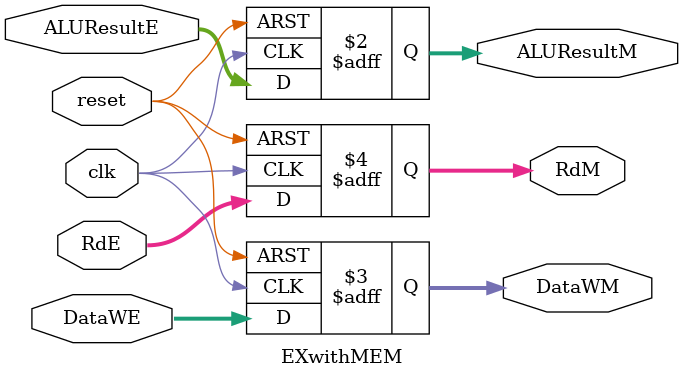
<source format=sv>
`timescale 1ns / 1ps

module EXwithMEM(input logic clk, reset,
                input logic [31:0] ALUResultE, DataWE, 
                input logic [4:0] RdE, 
                output logic [31:0] ALUResultM, DataWM,
                output logic [4:0] RdM);

always_ff @( posedge clk, posedge reset ) begin 
    if (reset) begin
        ALUResultM <= 0;
        DataWM <= 0;
        RdM <= 0; 
    end

    else begin
        ALUResultM <= ALUResultE;
        DataWM <= DataWE;
        RdM <= RdE;       
    end
    
end

endmodule

</source>
